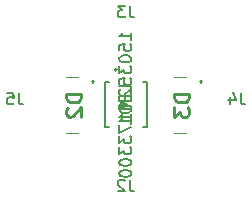
<source format=gbo>
G04 #@! TF.GenerationSoftware,KiCad,Pcbnew,(5.1.8)-1*
G04 #@! TF.CreationDate,2021-03-29T10:41:43+03:00*
G04 #@! TF.ProjectId,sensor board,73656e73-6f72-4206-926f-6172642e6b69,rev?*
G04 #@! TF.SameCoordinates,Original*
G04 #@! TF.FileFunction,Legend,Bot*
G04 #@! TF.FilePolarity,Positive*
%FSLAX46Y46*%
G04 Gerber Fmt 4.6, Leading zero omitted, Abs format (unit mm)*
G04 Created by KiCad (PCBNEW (5.1.8)-1) date 2021-03-29 10:41:43*
%MOMM*%
%LPD*%
G01*
G04 APERTURE LIST*
%ADD10C,0.100000*%
%ADD11C,0.200000*%
%ADD12C,0.152400*%
%ADD13C,0.254000*%
%ADD14C,0.150000*%
G04 APERTURE END LIST*
D10*
X136152000Y-75070000D02*
X137152000Y-75070000D01*
X136152000Y-79870000D02*
X137152000Y-79870000D01*
D11*
X138452000Y-75370000D02*
X138452000Y-75370000D01*
X138452000Y-75570000D02*
X138452000Y-75570000D01*
X138452000Y-75570000D02*
G75*
G02*
X138452000Y-75370000I0J100000D01*
G01*
X138452000Y-75370000D02*
G75*
G02*
X138452000Y-75570000I0J-100000D01*
G01*
X147596000Y-75570000D02*
X147596000Y-75570000D01*
X147596000Y-75370000D02*
X147596000Y-75370000D01*
D10*
X145296000Y-79870000D02*
X146296000Y-79870000D01*
X145296000Y-75070000D02*
X146296000Y-75070000D01*
D11*
X147596000Y-75370000D02*
G75*
G02*
X147596000Y-75570000I0J-100000D01*
G01*
X147596000Y-75570000D02*
G75*
G02*
X147596000Y-75370000I0J100000D01*
G01*
D12*
X143002000Y-75565000D02*
X143002000Y-79375000D01*
X143002000Y-79375000D02*
X142661141Y-79375000D01*
X139446000Y-79375000D02*
X139446000Y-75565000D01*
X139446000Y-75565000D02*
X139786859Y-75565000D01*
X142661141Y-75565000D02*
X143002000Y-75565000D01*
X139786859Y-79375000D02*
X139446000Y-79375000D01*
X140475600Y-74491200D02*
G75*
G03*
X140475600Y-74491200I-101600J0D01*
G01*
D13*
X137443523Y-76532619D02*
X136173523Y-76532619D01*
X136173523Y-76835000D01*
X136234000Y-77016428D01*
X136354952Y-77137380D01*
X136475904Y-77197857D01*
X136717809Y-77258333D01*
X136899238Y-77258333D01*
X137141142Y-77197857D01*
X137262095Y-77137380D01*
X137383047Y-77016428D01*
X137443523Y-76835000D01*
X137443523Y-76532619D01*
X136294476Y-77742142D02*
X136234000Y-77802619D01*
X136173523Y-77923571D01*
X136173523Y-78225952D01*
X136234000Y-78346904D01*
X136294476Y-78407380D01*
X136415428Y-78467857D01*
X136536380Y-78467857D01*
X136717809Y-78407380D01*
X137443523Y-77681666D01*
X137443523Y-78467857D01*
X146587523Y-76532619D02*
X145317523Y-76532619D01*
X145317523Y-76835000D01*
X145378000Y-77016428D01*
X145498952Y-77137380D01*
X145619904Y-77197857D01*
X145861809Y-77258333D01*
X146043238Y-77258333D01*
X146285142Y-77197857D01*
X146406095Y-77137380D01*
X146527047Y-77016428D01*
X146587523Y-76835000D01*
X146587523Y-76532619D01*
X145317523Y-77681666D02*
X145317523Y-78467857D01*
X145801333Y-78044523D01*
X145801333Y-78225952D01*
X145861809Y-78346904D01*
X145922285Y-78407380D01*
X146043238Y-78467857D01*
X146345619Y-78467857D01*
X146466571Y-78407380D01*
X146527047Y-78346904D01*
X146587523Y-78225952D01*
X146587523Y-77863095D01*
X146527047Y-77742142D01*
X146466571Y-77681666D01*
D14*
X141557333Y-83788380D02*
X141557333Y-84502666D01*
X141604952Y-84645523D01*
X141700190Y-84740761D01*
X141843047Y-84788380D01*
X141938285Y-84788380D01*
X141128761Y-83883619D02*
X141081142Y-83836000D01*
X140985904Y-83788380D01*
X140747809Y-83788380D01*
X140652571Y-83836000D01*
X140604952Y-83883619D01*
X140557333Y-83978857D01*
X140557333Y-84074095D01*
X140604952Y-84216952D01*
X141176380Y-84788380D01*
X140557333Y-84788380D01*
X141557333Y-69056380D02*
X141557333Y-69770666D01*
X141604952Y-69913523D01*
X141700190Y-70008761D01*
X141843047Y-70056380D01*
X141938285Y-70056380D01*
X141176380Y-69056380D02*
X140557333Y-69056380D01*
X140890666Y-69437333D01*
X140747809Y-69437333D01*
X140652571Y-69484952D01*
X140604952Y-69532571D01*
X140557333Y-69627809D01*
X140557333Y-69865904D01*
X140604952Y-69961142D01*
X140652571Y-70008761D01*
X140747809Y-70056380D01*
X141033523Y-70056380D01*
X141128761Y-70008761D01*
X141176380Y-69961142D01*
X150955333Y-76422380D02*
X150955333Y-77136666D01*
X151002952Y-77279523D01*
X151098190Y-77374761D01*
X151241047Y-77422380D01*
X151336285Y-77422380D01*
X150050571Y-76755714D02*
X150050571Y-77422380D01*
X150288666Y-76374761D02*
X150526761Y-77089047D01*
X149907714Y-77089047D01*
X132159333Y-76422380D02*
X132159333Y-77136666D01*
X132206952Y-77279523D01*
X132302190Y-77374761D01*
X132445047Y-77422380D01*
X132540285Y-77422380D01*
X131206952Y-76422380D02*
X131683142Y-76422380D01*
X131730761Y-76898571D01*
X131683142Y-76850952D01*
X131587904Y-76803333D01*
X131349809Y-76803333D01*
X131254571Y-76850952D01*
X131206952Y-76898571D01*
X131159333Y-76993809D01*
X131159333Y-77231904D01*
X131206952Y-77327142D01*
X131254571Y-77374761D01*
X131349809Y-77422380D01*
X131587904Y-77422380D01*
X131683142Y-77374761D01*
X131730761Y-77327142D01*
X141676380Y-76350952D02*
X141676380Y-75874761D01*
X140676380Y-75874761D01*
X141152571Y-76684285D02*
X141152571Y-77017619D01*
X141676380Y-77160476D02*
X141676380Y-76684285D01*
X140676380Y-76684285D01*
X140676380Y-77160476D01*
X141676380Y-77589047D02*
X140676380Y-77589047D01*
X140676380Y-77827142D01*
X140724000Y-77970000D01*
X140819238Y-78065238D01*
X140914476Y-78112857D01*
X141104952Y-78160476D01*
X141247809Y-78160476D01*
X141438285Y-78112857D01*
X141533523Y-78065238D01*
X141628761Y-77970000D01*
X141676380Y-77827142D01*
X141676380Y-77589047D01*
X141676380Y-79112857D02*
X141676380Y-78541428D01*
X141676380Y-78827142D02*
X140676380Y-78827142D01*
X140819238Y-78731904D01*
X140914476Y-78636666D01*
X140962095Y-78541428D01*
X141676380Y-71946190D02*
X141676380Y-71374761D01*
X141676380Y-71660476D02*
X140676380Y-71660476D01*
X140819238Y-71565238D01*
X140914476Y-71470000D01*
X140962095Y-71374761D01*
X140676380Y-72850952D02*
X140676380Y-72374761D01*
X141152571Y-72327142D01*
X141104952Y-72374761D01*
X141057333Y-72470000D01*
X141057333Y-72708095D01*
X141104952Y-72803333D01*
X141152571Y-72850952D01*
X141247809Y-72898571D01*
X141485904Y-72898571D01*
X141581142Y-72850952D01*
X141628761Y-72803333D01*
X141676380Y-72708095D01*
X141676380Y-72470000D01*
X141628761Y-72374761D01*
X141581142Y-72327142D01*
X140676380Y-73517619D02*
X140676380Y-73612857D01*
X140724000Y-73708095D01*
X140771619Y-73755714D01*
X140866857Y-73803333D01*
X141057333Y-73850952D01*
X141295428Y-73850952D01*
X141485904Y-73803333D01*
X141581142Y-73755714D01*
X141628761Y-73708095D01*
X141676380Y-73612857D01*
X141676380Y-73517619D01*
X141628761Y-73422380D01*
X141581142Y-73374761D01*
X141485904Y-73327142D01*
X141295428Y-73279523D01*
X141057333Y-73279523D01*
X140866857Y-73327142D01*
X140771619Y-73374761D01*
X140724000Y-73422380D01*
X140676380Y-73517619D01*
X140676380Y-74184285D02*
X140676380Y-74803333D01*
X141057333Y-74470000D01*
X141057333Y-74612857D01*
X141104952Y-74708095D01*
X141152571Y-74755714D01*
X141247809Y-74803333D01*
X141485904Y-74803333D01*
X141581142Y-74755714D01*
X141628761Y-74708095D01*
X141676380Y-74612857D01*
X141676380Y-74327142D01*
X141628761Y-74231904D01*
X141581142Y-74184285D01*
X140676380Y-75708095D02*
X140676380Y-75231904D01*
X141152571Y-75184285D01*
X141104952Y-75231904D01*
X141057333Y-75327142D01*
X141057333Y-75565238D01*
X141104952Y-75660476D01*
X141152571Y-75708095D01*
X141247809Y-75755714D01*
X141485904Y-75755714D01*
X141581142Y-75708095D01*
X141628761Y-75660476D01*
X141676380Y-75565238D01*
X141676380Y-75327142D01*
X141628761Y-75231904D01*
X141581142Y-75184285D01*
X140771619Y-76136666D02*
X140724000Y-76184285D01*
X140676380Y-76279523D01*
X140676380Y-76517619D01*
X140724000Y-76612857D01*
X140771619Y-76660476D01*
X140866857Y-76708095D01*
X140962095Y-76708095D01*
X141104952Y-76660476D01*
X141676380Y-76089047D01*
X141676380Y-76708095D01*
X141676380Y-77136666D02*
X140676380Y-77136666D01*
X141390666Y-77470000D01*
X140676380Y-77803333D01*
X141676380Y-77803333D01*
X141676380Y-78803333D02*
X141676380Y-78231904D01*
X141676380Y-78517619D02*
X140676380Y-78517619D01*
X140819238Y-78422380D01*
X140914476Y-78327142D01*
X140962095Y-78231904D01*
X140676380Y-79136666D02*
X140676380Y-79803333D01*
X141676380Y-79374761D01*
X140676380Y-80089047D02*
X140676380Y-80708095D01*
X141057333Y-80374761D01*
X141057333Y-80517619D01*
X141104952Y-80612857D01*
X141152571Y-80660476D01*
X141247809Y-80708095D01*
X141485904Y-80708095D01*
X141581142Y-80660476D01*
X141628761Y-80612857D01*
X141676380Y-80517619D01*
X141676380Y-80231904D01*
X141628761Y-80136666D01*
X141581142Y-80089047D01*
X140676380Y-81041428D02*
X140676380Y-81660476D01*
X141057333Y-81327142D01*
X141057333Y-81470000D01*
X141104952Y-81565238D01*
X141152571Y-81612857D01*
X141247809Y-81660476D01*
X141485904Y-81660476D01*
X141581142Y-81612857D01*
X141628761Y-81565238D01*
X141676380Y-81470000D01*
X141676380Y-81184285D01*
X141628761Y-81089047D01*
X141581142Y-81041428D01*
X140676380Y-82279523D02*
X140676380Y-82374761D01*
X140724000Y-82470000D01*
X140771619Y-82517619D01*
X140866857Y-82565238D01*
X141057333Y-82612857D01*
X141295428Y-82612857D01*
X141485904Y-82565238D01*
X141581142Y-82517619D01*
X141628761Y-82470000D01*
X141676380Y-82374761D01*
X141676380Y-82279523D01*
X141628761Y-82184285D01*
X141581142Y-82136666D01*
X141485904Y-82089047D01*
X141295428Y-82041428D01*
X141057333Y-82041428D01*
X140866857Y-82089047D01*
X140771619Y-82136666D01*
X140724000Y-82184285D01*
X140676380Y-82279523D01*
X140676380Y-83231904D02*
X140676380Y-83327142D01*
X140724000Y-83422380D01*
X140771619Y-83470000D01*
X140866857Y-83517619D01*
X141057333Y-83565238D01*
X141295428Y-83565238D01*
X141485904Y-83517619D01*
X141581142Y-83470000D01*
X141628761Y-83422380D01*
X141676380Y-83327142D01*
X141676380Y-83231904D01*
X141628761Y-83136666D01*
X141581142Y-83089047D01*
X141485904Y-83041428D01*
X141295428Y-82993809D01*
X141057333Y-82993809D01*
X140866857Y-83041428D01*
X140771619Y-83089047D01*
X140724000Y-83136666D01*
X140676380Y-83231904D01*
X140676380Y-77470000D02*
X140914476Y-77470000D01*
X140819238Y-77231904D02*
X140914476Y-77470000D01*
X140819238Y-77708095D01*
X141104952Y-77327142D02*
X140914476Y-77470000D01*
X141104952Y-77612857D01*
M02*

</source>
